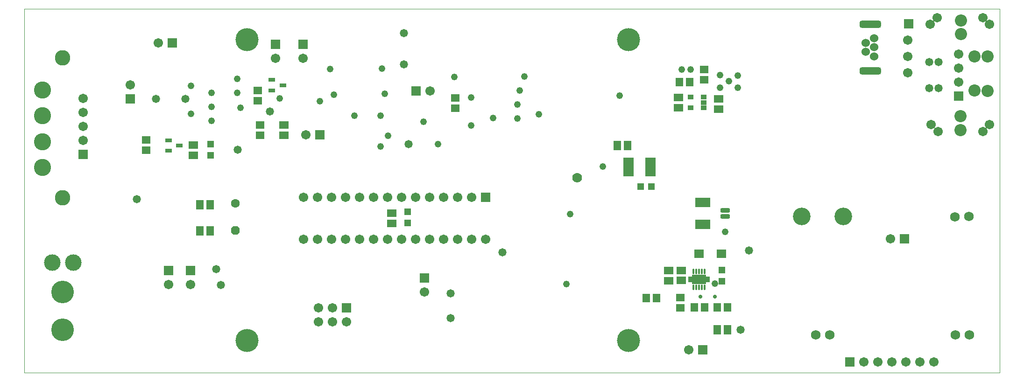
<source format=gbs>
%FSLAX25Y25*%
%MOIN*%
G70*
G01*
G75*
G04 Layer_Color=16711935*
G04:AMPARAMS|DCode=10|XSize=23.62mil|YSize=61.02mil|CornerRadius=5.91mil|HoleSize=0mil|Usage=FLASHONLY|Rotation=0.000|XOffset=0mil|YOffset=0mil|HoleType=Round|Shape=RoundedRectangle|*
%AMROUNDEDRECTD10*
21,1,0.02362,0.04921,0,0,0.0*
21,1,0.01181,0.06102,0,0,0.0*
1,1,0.01181,0.00591,-0.02461*
1,1,0.01181,-0.00591,-0.02461*
1,1,0.01181,-0.00591,0.02461*
1,1,0.01181,0.00591,0.02461*
%
%ADD10ROUNDEDRECTD10*%
%ADD11R,0.05906X0.09843*%
%ADD12O,0.07480X0.02362*%
%ADD13O,0.01378X0.07087*%
%ADD14R,0.09843X0.05906*%
G04:AMPARAMS|DCode=15|XSize=23.62mil|YSize=61.02mil|CornerRadius=5.91mil|HoleSize=0mil|Usage=FLASHONLY|Rotation=270.000|XOffset=0mil|YOffset=0mil|HoleType=Round|Shape=RoundedRectangle|*
%AMROUNDEDRECTD15*
21,1,0.02362,0.04921,0,0,270.0*
21,1,0.01181,0.06102,0,0,270.0*
1,1,0.01181,-0.02461,-0.00591*
1,1,0.01181,-0.02461,0.00591*
1,1,0.01181,0.02461,0.00591*
1,1,0.01181,0.02461,-0.00591*
%
%ADD15ROUNDEDRECTD15*%
%ADD16R,0.04724X0.05315*%
%ADD17R,0.05315X0.04724*%
%ADD18R,0.05709X0.04528*%
%ADD19R,0.04528X0.05709*%
%ADD20R,0.04134X0.04331*%
%ADD21R,0.05315X0.03937*%
%ADD22R,0.03937X0.05315*%
%ADD23R,0.03150X0.01969*%
%ADD24R,0.01969X0.03150*%
%ADD25C,0.02000*%
%ADD26C,0.01500*%
%ADD27C,0.03000*%
%ADD28C,0.01300*%
%ADD29C,0.05000*%
%ADD30C,0.04000*%
%ADD31C,0.06500*%
%ADD32C,0.06000*%
%ADD33C,0.03937*%
%ADD34C,0.01000*%
%ADD35C,0.00100*%
%ADD36C,0.05906*%
%ADD37R,0.05906X0.05906*%
%ADD38C,0.11024*%
%ADD39C,0.15354*%
%ADD40C,0.06000*%
%ADD41C,0.11417*%
%ADD42R,0.05906X0.05906*%
%ADD43P,0.05966X8X112.5*%
%ADD44C,0.05512*%
%ADD45C,0.11811*%
%ADD46C,0.07874*%
%ADD47C,0.05213*%
G04:AMPARAMS|DCode=48|XSize=42.52mil|YSize=145.67mil|CornerRadius=10.63mil|HoleSize=0mil|Usage=FLASHONLY|Rotation=270.000|XOffset=0mil|YOffset=0mil|HoleType=Round|Shape=RoundedRectangle|*
%AMROUNDEDRECTD48*
21,1,0.04252,0.12441,0,0,270.0*
21,1,0.02126,0.14567,0,0,270.0*
1,1,0.02126,-0.06221,-0.01063*
1,1,0.02126,-0.06221,0.01063*
1,1,0.02126,0.06221,0.01063*
1,1,0.02126,0.06221,-0.01063*
%
%ADD48ROUNDEDRECTD48*%
%ADD49C,0.05000*%
%ADD50C,0.04000*%
%ADD51C,0.02000*%
%ADD52C,0.06200*%
%ADD53C,0.02284*%
%ADD54C,0.10236*%
%ADD55C,0.15700*%
%ADD56R,0.06693X0.12598*%
%ADD57R,0.09449X0.06496*%
%ADD58O,0.01102X0.03347*%
%ADD59R,0.03543X0.02559*%
%ADD60R,0.06102X0.05512*%
%ADD61R,0.03937X0.02362*%
%ADD62R,0.04331X0.04134*%
%ADD63C,0.04500*%
%ADD64C,0.02500*%
%ADD65C,0.07000*%
%ADD66C,0.03500*%
%ADD67C,0.05500*%
%ADD68R,0.02756X0.01102*%
%ADD69R,0.02756X0.01102*%
%ADD70R,0.02756X0.01102*%
%ADD71C,0.01575*%
%ADD72C,0.02362*%
%ADD73C,0.00787*%
%ADD74C,0.00800*%
G04:AMPARAMS|DCode=75|XSize=31.62mil|YSize=69.02mil|CornerRadius=9.91mil|HoleSize=0mil|Usage=FLASHONLY|Rotation=0.000|XOffset=0mil|YOffset=0mil|HoleType=Round|Shape=RoundedRectangle|*
%AMROUNDEDRECTD75*
21,1,0.03162,0.04921,0,0,0.0*
21,1,0.01181,0.06902,0,0,0.0*
1,1,0.01981,0.00591,-0.02461*
1,1,0.01981,-0.00591,-0.02461*
1,1,0.01981,-0.00591,0.02461*
1,1,0.01981,0.00591,0.02461*
%
%ADD75ROUNDEDRECTD75*%
%ADD76R,0.06706X0.10642*%
%ADD77O,0.08280X0.03162*%
%ADD78O,0.02178X0.07887*%
%ADD79R,0.10642X0.06706*%
G04:AMPARAMS|DCode=80|XSize=31.62mil|YSize=69.02mil|CornerRadius=9.91mil|HoleSize=0mil|Usage=FLASHONLY|Rotation=270.000|XOffset=0mil|YOffset=0mil|HoleType=Round|Shape=RoundedRectangle|*
%AMROUNDEDRECTD80*
21,1,0.03162,0.04921,0,0,270.0*
21,1,0.01181,0.06902,0,0,270.0*
1,1,0.01981,-0.02461,-0.00591*
1,1,0.01981,-0.02461,0.00591*
1,1,0.01981,0.02461,0.00591*
1,1,0.01981,0.02461,-0.00591*
%
%ADD80ROUNDEDRECTD80*%
%ADD81R,0.05524X0.06115*%
%ADD82R,0.06115X0.05524*%
%ADD83R,0.06509X0.05328*%
%ADD84R,0.05328X0.06509*%
%ADD85R,0.04934X0.05131*%
%ADD86R,0.06115X0.04737*%
%ADD87R,0.04737X0.06115*%
%ADD88R,0.03950X0.02769*%
%ADD89R,0.02769X0.03950*%
%ADD90C,0.06706*%
%ADD91R,0.06706X0.06706*%
%ADD92C,0.11824*%
%ADD93C,0.16154*%
%ADD94C,0.06800*%
%ADD95C,0.12217*%
%ADD96R,0.06706X0.06706*%
%ADD97P,0.06832X8X112.5*%
%ADD98C,0.06312*%
%ADD99C,0.12611*%
%ADD100C,0.08674*%
%ADD101C,0.06013*%
G04:AMPARAMS|DCode=102|XSize=50.52mil|YSize=153.67mil|CornerRadius=14.63mil|HoleSize=0mil|Usage=FLASHONLY|Rotation=270.000|XOffset=0mil|YOffset=0mil|HoleType=Round|Shape=RoundedRectangle|*
%AMROUNDEDRECTD102*
21,1,0.05052,0.12441,0,0,270.0*
21,1,0.02126,0.15367,0,0,270.0*
1,1,0.02926,-0.06221,-0.01063*
1,1,0.02926,-0.06221,0.01063*
1,1,0.02926,0.06221,0.01063*
1,1,0.02926,0.06221,-0.01063*
%
%ADD102ROUNDEDRECTD102*%
%ADD103C,0.05800*%
%ADD104C,0.04800*%
%ADD105C,0.02800*%
%ADD106C,0.07000*%
%ADD107C,0.03084*%
%ADD108C,0.11036*%
%ADD109C,0.16500*%
%ADD110R,0.07493X0.13398*%
%ADD111R,0.10000X0.07047*%
%ADD112O,0.01654X0.03898*%
%ADD113R,0.04343X0.03359*%
%ADD114R,0.06902X0.06312*%
%ADD115R,0.04737X0.03162*%
%ADD116R,0.05131X0.04934*%
%ADD117R,0.03556X0.01902*%
%ADD118R,0.03556X0.01902*%
%ADD119R,0.03556X0.01902*%
D35*
X696300Y0D02*
Y260000D01*
X-0D02*
X696300D01*
X-0Y0D02*
X696300D01*
X-0D02*
Y260000D01*
D79*
X484150Y106100D02*
D03*
Y121700D02*
D03*
D80*
X500350Y116100D02*
D03*
Y111900D02*
D03*
D81*
X474719Y207732D02*
D03*
X467435D02*
D03*
X501850Y46900D02*
D03*
X494567D02*
D03*
X443867Y53500D02*
D03*
X451150D02*
D03*
X485550Y46900D02*
D03*
X478267D02*
D03*
D82*
X168350Y169858D02*
D03*
Y177142D02*
D03*
X307482Y189248D02*
D03*
Y196531D02*
D03*
X166419Y194558D02*
D03*
Y201842D02*
D03*
X86850Y166292D02*
D03*
Y159009D02*
D03*
X485050Y209580D02*
D03*
Y216863D02*
D03*
X468109Y53842D02*
D03*
Y46558D02*
D03*
D83*
X185350Y177142D02*
D03*
Y169858D02*
D03*
X120390Y162709D02*
D03*
Y155426D02*
D03*
X262150Y106934D02*
D03*
Y114217D02*
D03*
X467035Y189500D02*
D03*
Y196783D02*
D03*
X495450Y188558D02*
D03*
Y195842D02*
D03*
X459708Y65916D02*
D03*
Y73200D02*
D03*
X468709Y73242D02*
D03*
Y65958D02*
D03*
D84*
X132392Y101323D02*
D03*
X125109D02*
D03*
X430492Y162513D02*
D03*
X423209D02*
D03*
X132392Y119960D02*
D03*
X125109D02*
D03*
X501950Y30700D02*
D03*
X494667D02*
D03*
D85*
X132750Y163350D02*
D03*
Y155476D02*
D03*
X273399Y107131D02*
D03*
Y115005D02*
D03*
X498008Y73337D02*
D03*
Y65463D02*
D03*
D90*
X95500Y235700D02*
D03*
X230000Y36558D02*
D03*
X220000Y46558D02*
D03*
Y36558D02*
D03*
X210000Y46558D02*
D03*
Y36558D02*
D03*
X649250Y7850D02*
D03*
X639250D02*
D03*
X629250D02*
D03*
X619250D02*
D03*
X599250D02*
D03*
X609250D02*
D03*
X41850Y196100D02*
D03*
Y186100D02*
D03*
Y176100D02*
D03*
Y166100D02*
D03*
X319119Y125576D02*
D03*
X309119D02*
D03*
X299119D02*
D03*
X289119D02*
D03*
X279119D02*
D03*
X269119D02*
D03*
X259119D02*
D03*
X249119D02*
D03*
X239119D02*
D03*
X229119D02*
D03*
X219119D02*
D03*
X209119D02*
D03*
X199119D02*
D03*
X329119Y95576D02*
D03*
X319119D02*
D03*
X309119D02*
D03*
X299119D02*
D03*
X289119D02*
D03*
X279119D02*
D03*
X269119D02*
D03*
X259119D02*
D03*
X249119D02*
D03*
X239119D02*
D03*
X229119D02*
D03*
X219119D02*
D03*
X209119D02*
D03*
X199119D02*
D03*
X289700Y201500D02*
D03*
X200800Y170200D02*
D03*
X179100Y224940D02*
D03*
X75600Y205621D02*
D03*
X474200Y16300D02*
D03*
X618050Y95650D02*
D03*
X285600Y57700D02*
D03*
X199000Y224940D02*
D03*
X103000Y63000D02*
D03*
X118422Y63100D02*
D03*
X666800Y207776D02*
D03*
Y217851D02*
D03*
Y227927D02*
D03*
X630700Y237900D02*
D03*
Y226249D02*
D03*
X630600Y214598D02*
D03*
X652100Y172600D02*
D03*
X647100Y177600D02*
D03*
X688760Y177570D02*
D03*
X684130Y172570D02*
D03*
Y253700D02*
D03*
X688760Y249070D02*
D03*
X651400Y253700D02*
D03*
X646400Y249070D02*
D03*
D91*
X105500Y235700D02*
D03*
X230000Y46558D02*
D03*
X589250Y7850D02*
D03*
X279700Y201500D02*
D03*
X210800Y170200D02*
D03*
X484200Y16300D02*
D03*
X628050Y95650D02*
D03*
D92*
X34750Y78700D02*
D03*
X19750D02*
D03*
D93*
X27250Y57700D02*
D03*
Y30700D02*
D03*
D94*
X674200Y111800D02*
D03*
X664200Y111600D02*
D03*
X674501Y27200D02*
D03*
X664501Y27000D02*
D03*
X575000Y27200D02*
D03*
X565000Y27000D02*
D03*
D95*
X12750Y146700D02*
D03*
Y165200D02*
D03*
Y183700D02*
D03*
Y202200D02*
D03*
D96*
X41850Y156100D02*
D03*
X329119Y125576D02*
D03*
X179100Y234940D02*
D03*
X75600Y195621D02*
D03*
X285600Y67700D02*
D03*
X199000Y234940D02*
D03*
X103000Y73000D02*
D03*
X118422Y73100D02*
D03*
X666800Y197700D02*
D03*
X631100Y249551D02*
D03*
D97*
X150650Y101917D02*
D03*
D98*
Y121129D02*
D03*
D99*
X554801Y111800D02*
D03*
X584700Y111700D02*
D03*
D100*
X678200Y226000D02*
D03*
X687500D02*
D03*
X668400Y251807D02*
D03*
Y242000D02*
D03*
X687500Y201600D02*
D03*
X678200Y201663D02*
D03*
X668100Y173600D02*
D03*
Y183407D02*
D03*
D101*
X606600Y239100D02*
D03*
X600700Y235900D02*
D03*
X606600Y232650D02*
D03*
X600700Y229600D02*
D03*
X606600Y226200D02*
D03*
D102*
X603800Y249100D02*
D03*
Y215800D02*
D03*
D103*
X304250Y56763D02*
D03*
Y39128D02*
D03*
X80050Y124000D02*
D03*
X140182Y62668D02*
D03*
X511250Y30700D02*
D03*
X517050Y87300D02*
D03*
X152164Y159363D02*
D03*
X93850Y195621D02*
D03*
X114850D02*
D03*
X175250Y186736D02*
D03*
X274350Y163350D02*
D03*
X270850Y220494D02*
D03*
Y242700D02*
D03*
X136950Y74100D02*
D03*
X341050Y86200D02*
D03*
X652500Y203600D02*
D03*
Y222100D02*
D03*
X646000Y203600D02*
D03*
Y222100D02*
D03*
D104*
X152011Y200000D02*
D03*
X318790Y176790D02*
D03*
X351974Y191790D02*
D03*
X424950Y198179D02*
D03*
X133507Y200000D02*
D03*
X118827Y185000D02*
D03*
X475401Y216863D02*
D03*
X295250Y163589D02*
D03*
X351974Y181790D02*
D03*
X356850Y211700D02*
D03*
X133507Y180000D02*
D03*
X469299Y216863D02*
D03*
X318790Y196790D02*
D03*
X306850Y211378D02*
D03*
X334550Y182000D02*
D03*
X118827Y205000D02*
D03*
X210950Y193968D02*
D03*
X284750Y179300D02*
D03*
X386971Y63420D02*
D03*
X154150Y189445D02*
D03*
X257057Y199400D02*
D03*
X389540Y113290D02*
D03*
X259550Y169300D02*
D03*
X367150Y184700D02*
D03*
X492850Y63847D02*
D03*
X500177Y100800D02*
D03*
X496450Y203700D02*
D03*
X509270D02*
D03*
X496450Y212700D02*
D03*
X502850Y208400D02*
D03*
X509270Y212500D02*
D03*
X235670Y183900D02*
D03*
X254042Y161700D02*
D03*
X254174Y183900D02*
D03*
X182050Y196100D02*
D03*
X218150Y217116D02*
D03*
X133507Y190000D02*
D03*
X220990Y198900D02*
D03*
X152011Y210000D02*
D03*
X255350Y217300D02*
D03*
X353561Y201790D02*
D03*
X412950Y147451D02*
D03*
D105*
X482386Y54586D02*
D03*
X492791D02*
D03*
D106*
X394561Y139517D02*
D03*
D107*
X478556Y68768D02*
D03*
X481508Y66800D02*
D03*
X478556Y64831D02*
D03*
X484461Y68768D02*
D03*
Y64831D02*
D03*
D108*
X27250Y225200D02*
D03*
Y125200D02*
D03*
D109*
X431250Y23100D02*
D03*
Y238100D02*
D03*
X158750D02*
D03*
Y23100D02*
D03*
D110*
X446924Y147200D02*
D03*
X431176D02*
D03*
D111*
X481508Y66800D02*
D03*
D112*
X477571Y72607D02*
D03*
X479540D02*
D03*
X481508D02*
D03*
X483477D02*
D03*
X485445D02*
D03*
Y60993D02*
D03*
X483477D02*
D03*
X481508D02*
D03*
X479540D02*
D03*
X477571D02*
D03*
D113*
X484974Y196972D02*
D03*
Y193232D02*
D03*
Y189492D02*
D03*
X475526D02*
D03*
Y196972D02*
D03*
D114*
X497481Y85100D02*
D03*
X481536D02*
D03*
D115*
X102813Y158772D02*
D03*
Y166253D02*
D03*
X110687Y162513D02*
D03*
X176682Y201860D02*
D03*
Y209340D02*
D03*
X184556Y205600D02*
D03*
D116*
X447687Y133000D02*
D03*
X439813D02*
D03*
D117*
X475407Y67784D02*
D03*
X487610Y65816D02*
D03*
D118*
X475407Y65816D02*
D03*
D119*
X487610Y67784D02*
D03*
M02*

</source>
